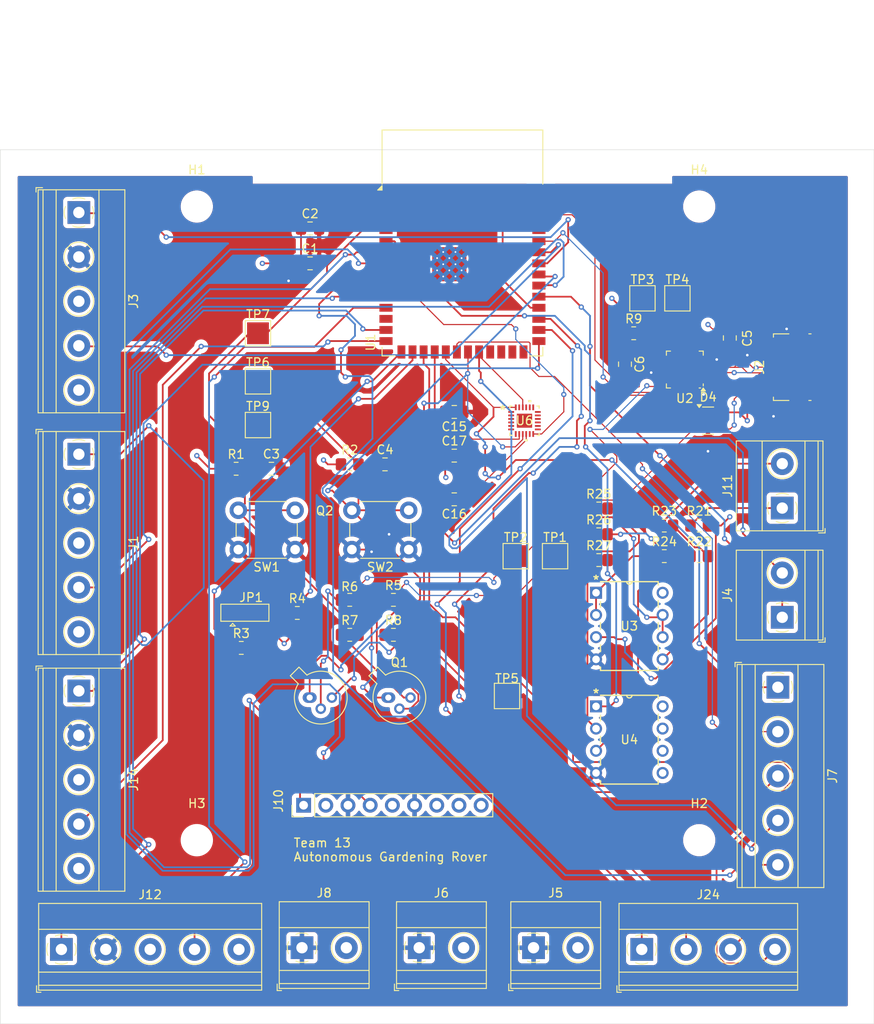
<source format=kicad_pcb>
(kicad_pcb (version 20240108) (generator "pcbnew") (generator_version "8.0")
  (layers (0 "F.Cu" power) (1 "In1.Cu" power "3V3") (2 "In2.Cu" power "5V") (3 "In3.Cu" power "12V") (4 "In4.Cu" signal) (31 "B.Cu" power "GND") (34 "B.Paste" user) (35 "F.Paste" user) (36 "B.SilkS" user "B.Silkscreen") (37 "F.SilkS" user "F.Silkscreen") (38 "B.Mask" user) (39 "F.Mask" user) (44 "Edge.Cuts" user))
  (net 0 "")
  (net 1 "+3V3")
  (net 2 "/CHIP_PU")
  (net 3 "/GPIO0_STRAPPING")
  (net 4 "Net-(U2-VPP)")
  (net 5 "+5V")
  (net 6 "GND")
  (net 7 "Net-(U6-REGOUT)")
  (net 8 "Net-(U3B-+)")
  (net 9 "+12V")
  (net 10 "Net-(U3A--)")
  (net 11 "Net-(U4A-+)")
  (net 12 "Net-(U4A--)")
  (net 13 "Net-(U3B--)")
  (net 15 "/VBAT_READ")
  (net 16 "/D+")
  (net 17 "/D-")
  (net 20 "Net-(U2-~{RST})")
  (net 22 "/Input_Probe_2")
  (net 23 "/Input_Probe_1")
  (net 24 "Net-(JP1-C)")
  (net 25 "/MPUINT")
  (net 26 "/MPUMOSI")
  (net 27 "/MPUCS")
  (net 28 "/MPUCLK")
  (net 29 "/MPUMISO")
  (net 31 "/temp_Sensor")
  (net 34 "/pH_Sensor")
  (net 35 "/RTS")
  (net 36 "Net-(Q1-B)")
  (net 37 "Net-(Q1-C)")
  (net 38 "Net-(Q2-B)")
  (net 39 "Net-(Q2-C)")
  (net 40 "/DTR")
  (net 41 "/GPIO3_STRAPPING")
  (net 42 "/GPIO46_STRAPPING")
  (net 43 "/MOTOR4PWM")
  (net 46 "/Moisture_Sensor_Output")
  (net 47 "/MOTOR4FG")
  (net 48 "/LINACT+")
  (net 49 "/MOTOR2FG")
  (net 50 "/LINACT-")
  (net 52 "/UWBMOSI")
  (net 53 "/MOTOR1FG")
  (net 54 "/MOTOR1PWM")
  (net 57 "/RXD")
  (net 58 "/UWBMISO")
  (net 61 "/MOTOR3FG")
  (net 62 "/MOTOR2PWM")
  (net 63 "/UWBCLK")
  (net 64 "/TXD")
  (net 65 "/UWBCS")
  (net 67 "/MOTOR3PWM")
  (net 70 "/VBUS")
  (footprint "TerminalBlock_Phoenix:TerminalBlock_Phoenix_MKDS-1,5-5-5.08_1x05_P5.08mm_Horizontal" (layer "F.Cu") (at 37 66.84 -90)
    (property "Reference" "J1")
    (property "Value" "Conn_01x05_Pin")
  )
  (footprint "TerminalBlock_Phoenix:TerminalBlock_Phoenix_MKDS-1,5-2-5.08_1x02_P5.08mm_Horizontal" (layer "F.Cu") (at 117.5 73 90)
    (property "Reference" "J11")
    (property "Value" "Conn_01x02_Socket")
  )
  (footprint "MountingHole:MountingHole_3.2mm_M3" (layer "F.Cu") (at 50.5 38.5)
    (property "Reference" "H1")
    (property "Value" "MountingHole")
  )
  (footprint "TerminalBlock_Phoenix:TerminalBlock_Phoenix_MKDS-1,5-4-5.08_1x04_P5.08mm_Horizontal" (layer "F.Cu") (at 101.42 123.5)
    (property "Reference" "J24")
    (property "Value" "UWB SIGNAL")
  )
  (footprint "Capacitor_SMD:C_0805_2012Metric_Pad1.18x1.45mm_HandSolder" (layer "F.Cu") (at 63.4625 41)
    (property "Reference" "C2")
    (property "Value" "100 uF")
  )
  (footprint "Resistor_SMD:R_0805_2012Metric_Pad1.20x1.40mm_HandSolder" (layer "F.Cu") (at 73 83.5)
    (property "Reference" "R5")
    (property "Value" "10k")
  )
  (footprint "Resistor_SMD:R_0805_2012Metric_Pad1.20x1.40mm_HandSolder" (layer "F.Cu") (at 68 83.5)
    (property "Reference" "R6")
    (property "Value" "10k")
  )
  (footprint "Package_TO_SOT_THT:TO-18-3" (layer "F.Cu") (at 72.414724 94.684724)
    (property "Reference" "Q1")
    (property "Value" "BC107")
  )
  (footprint "TerminalBlock_Phoenix:TerminalBlock_Phoenix_MKDS-1,5-5-5.08_1x05_P5.08mm_Horizontal" (layer "F.Cu") (at 117 93.5 -90)
    (property "Reference" "J7")
    (property "Value" "MPU SIGNAL")
  )
  (footprint "TerminalBlock_Phoenix:TerminalBlock_Phoenix_MKDS-1,5-2-5.08_1x02_P5.08mm_Horizontal" (layer "F.Cu") (at 62.535 123.305)
    (property "Reference" "J8")
    (property "Value" "Screw_Terminal_01x02")
  )
  (footprint "TestPoint:TestPoint_Pad_2.5x2.5mm" (layer "F.Cu") (at 105.5 49)
    (property "Reference" "TP4")
    (property "Value" "TestPoint")
  )
  (footprint "Resistor_SMD:R_0805_2012Metric_Pad1.20x1.40mm_HandSolder" (layer "F.Cu") (at 62 85)
    (property "Reference" "R4")
    (property "Value" "1k")
  )
  (footprint "MountingHole:MountingHole_3.2mm_M3" (layer "F.Cu") (at 50.5 111)
    (property "Reference" "H3")
    (property "Value" "MountingHole")
  )
  (footprint "Jumper:SolderJumper-3_P2.0mm_Open_TrianglePad1.0x1.5mm" (layer "F.Cu") (at 56 85)
    (property "Reference" "JP1")
    (property "Value" "SolderJumper_3_Open")
  )
  (footprint "Resistor_SMD:R_0805_2012Metric_Pad1.20x1.40mm_HandSolder" (layer "F.Cu") (at 96.5 78.95)
    (property "Reference" "R27")
    (property "Value" "1K")
  )
  (footprint "Resistor_SMD:R_0805_2012Metric_Pad1.20x1.40mm_HandSolder" (layer "F.Cu") (at 55 68.5)
    (property "Reference" "R1")
    (property "Value" "100k")
  )
  (footprint "TerminalBlock_Phoenix:TerminalBlock_Phoenix_MKDS-1,5-5-5.08_1x05_P5.08mm_Horizontal" (layer "F.Cu") (at 35 123.5)
    (property "Reference" "J12")
    (property "Value" "Conn_01x05_Pin")
  )
  (footprint "Package_TO_SOT_SMD:SOT-143" (layer "F.Cu") (at 109 63)
    (property "Reference" "D4")
    (property "Value" "SP0503BAHT")
  )
  (footprint "LM358P:P8" (layer "F.Cu") (at 103.81 103.31)
    (property "Reference" "U4")
    (property "Value" "LM358")
  )
  (footprint "Resistor_SMD:R_0805_2012Metric_Pad1.20x1.40mm_HandSolder" (layer "F.Cu") (at 108 75)
    (property "Reference" "R21")
    (property "Value" "100K")
  )
  (footprint "RF_Module:ESP32-S3-WROOM-1" (layer "F.Cu") (at 80.9 42.64)
    (property "Reference" "U1")
    (property "Value" "ESP32-S3-WROOM-1")
  )
  (footprint "Resistor_SMD:R_0805_2012Metric" (layer "F.Cu") (at 55.5875 89)
    (property "Reference" "R3")
    (property "Value" "1k")
  )
  (footprint "Resistor_SMD:R_0805_2012Metric_Pad1.20x1.40mm_HandSolder" (layer "F.Cu") (at 68 87.5)
    (property "Reference" "R7")
    (property "Value" "10k")
  )
  (footprint "Capacitor_SMD:C_0805_2012Metric_Pad1.18x1.45mm_HandSolder" (layer "F.Cu") (at 79.9625 72 180)
    (property "Reference" "C16")
    (property "Value" "0.1uf")
  )
  (footprint "Capacitor_SMD:C_0805_2012Metric_Pad1.18x1.45mm_HandSolder" (layer "F.Cu") (at 72.0375 68)
    (property "Reference" "C4")
    (property "Value" "1 uF")
  )
  (footprint "TerminalBlock_Phoenix:TerminalBlock_Phoenix_MKDS-1,5-2-5.08_1x02_P5.08mm_Horizontal" (layer "F.Cu") (at 75.955 123.305)
    (property "Reference" "J6")
    (property "Value" "Screw_Terminal_01x02")
  )
  (footprint "TerminalBlock_Phoenix:TerminalBlock_Phoenix_MKDS-1,5-2-5.08_1x02_P5.08mm_Horizontal" (layer "F.Cu") (at 117.5 85.5 90)
    (property "Reference" "J4")
    (property "Value" "LINEAR ACTUATOR SIGNAL")
  )
  (footprint "TestPoint:TestPoint_Pad_2.5x2.5mm" (layer "F.Cu") (at 86 94.5)
    (property "Reference" "TP5")
    (property "Value" "TestPoint")
  )
  (footprint "Button_Switch_THT:SW_PUSH_6mm_H5mm" (layer "F.Cu") (at 74.75 77.75 180)
    (property "Reference" "SW2")
    (property "Value" "SW_Push")
  )
  (footprint "Button_Switch_THT:SW_PUSH_6mm_H5mm" (layer "F.Cu") (at 61.75 77.75 180)
    (property "Reference" "SW1")
    (property "Value" "SW_Push")
  )
  (footprint "Capacitor_SMD:C_0805_2012Metric_Pad1.18x1.45mm_HandSolder" (layer "F.Cu") (at 79.9625 67)
    (property "Reference" "C17")
    (property "Value" "0.1uf")
  )
  (footprint "MPU6500:QFN24_3X3X0P9_IVS" (layer "F.Cu") (at 88 63)
    (property "Reference" "U6")
    (property "Value" "MPU-6500")
  )
  (footprint "Package_DFN_QFN:QFN-24-1EP_4x4mm_P0.5mm_EP2.6x2.6mm" (layer "F.Cu") (at 106.35 57.15 180)
    (property "Reference" "U2")
    (property "Value" "CP2104")
  )
  (footprint "TestPoint:TestPoint_Pad_2.5x2.5mm" (layer "F.Cu") (at 91.5 78.5)
    (property "Reference" "TP1")
    (property "Value" "TestPoint")
  )
  (footprint "Capacitor_SMD:C_0805_2012Metric_Pad1.18x1.45mm_HandSolder" (layer "F.Cu") (at 99.5 56.5375 -90)
    (property "Reference" "C6")
    (property "Value" "4.7uF")
  )
  (footprint "Resistor_SMD:R_0805_2012Metric_Pad1.20x1.40mm_HandSolder" (layer "F.Cu") (at 104 78.5)
    (property "Reference" "R24")
    (property "Value" "1K")
  )
  (footprint "TestPoint:TestPoint_Pad_2.5x2.5mm" (layer "F.Cu") (at 57.5 58.5)
    (property "Reference" "TP6")
    (property "Value" "TEST GPIO0_STRAPPING")
  )
  (footprint "Resistor_SMD:R_0805_2012Metric_Pad1.20x1.40mm_HandSolder" (layer "F.Cu") (at 73 87.5)
    (property "Reference" "R8")
    (property "Value" "10k")
  )
  (footprint "TestPoint:TestPoint_Pad_2.5x2.5mm" (layer "F.Cu") (at 57.5 63.5)
    (property "Reference" "TP9")
    (property "Value" "TEST GND")
  )
  (footprint "Connector_PinHeader_2.54mm:PinHeader_1x09_P2.54mm_Vertical" (layer "F.Cu") (at 62.72 107 90)
    (property "Reference" "J10")
    (property "Value" "SENSORS")
  )
  (footprint "Resistor_SMD:R_0805_2012Metric_Pad1.20x1.40mm_HandSolder" (layer "F.Cu") (at 68 68)
    (property "Reference" "R2")
    (property "Value" "100k")
  )
  (footprint "TestPoint:TestPoint_Pad_2.5x2.5mm" (layer "F.Cu") (at 101.5 49)
    (property "Reference" "TP3")
    (property "Value" "TestPoint")
  )
  (footprint "TestPoint:TestPoint_Pad_2.5x2.5mm" (layer "F.Cu") (at 87 78.5)
    (property "Reference" "TP2")
    (property "Value" "TestPoint")
  )
  (footprint "Package_TO_SOT_THT:TO-18-3" (layer "F.Cu") (at 63.414724 94.684724)
    (property "Reference" "Q2")
    (property "Value" "BC107")
  )
  (footprint "Resistor_SMD:R_0805_2012Metric_Pad1.20x1.40mm_HandSolder" (layer "F.Cu") (at 96.5 73.05)
    (property "Reference" "R25")
    (property "Value" "1K")
  )
  (footprint "LM358P:P8" (layer "F.Cu") (at 103.81 90.31)
    (property "Reference" "U3")
    (property "Value" "LM358")
  )
  (footprint "Capacitor_SMD:C_0805_2012Metric_Pad1.18x1.45mm_HandSolder" (layer "F.Cu") (at 79.9625 62 180)
    (property "Reference" "C15")
    (property "Value" "10nf")
  )
  (footprint "Capacitor_SMD:C_0805_2012Metric_Pad1.18x1.45mm_HandSolder" (layer "F.Cu") (at 63.4625 45)
    (property "Reference" "C1")
    (property "Value" "10 uF")
  )
  (footprint "TerminalBlock_Phoenix:TerminalBlock_Phoenix_MKDS-1,5-5-5.08_1x05_P5.08mm_Horizontal" (layer "F.Cu") (at 37 39.18 -90)
    (property "Reference" "J3")
    (property "Value" "Conn_01x05_Pin")
  )
  (footprint "Capacitor_SMD:C_0805_2012Metric_Pad1.18x1.45mm_HandSolder" (layer "F.Cu") (at 111.5 53.5375 -90)
    (property "Reference" "C5")
    (property "Value" "10uF")
  )
  (footprint "MountingHole:MountingHole_3.2mm_M3" (layer "F.Cu") (at 108 111)
    (property "Reference" "H2")
    (property "Value" "MountingHole")
  )
  (footprint "Resistor_SMD:R_0805_2012Metric_Pad1.20x1.40mm_HandSolder" (layer "F.Cu") (at 96.5 76)
    (property "Reference" "R26")
    (property "Value" "1K")
  )
  (footprint "TerminalBlock_Phoenix:TerminalBlock_Phoenix_MKDS-1,5-2-5.08_1x02_P5.08mm_Horizontal" (layer "F.Cu") (at 89.035 123.305)
    (property "Reference" "J5")
    (property "Value" "Screw_Terminal_01x02")
  )
  (footprint "Resistor_SMD:R_0805_2012Metric_Pad1.20x1.40mm_HandSolder" (layer "F.Cu") (at 108 78.5)
    (property "Reference" "R22")
    (property "Value" "100K")
  )
  (footprint "Resistor_SMD:R_0805_2012Metric_Pad1.20x1.40mm_HandSolder" (layer "F.Cu") (at 104 75)
    (property "Reference" "R23")
    (property "Value" "10M")
  )
  (footprint "Capacitor_SMD:C_0805_2012Metric_Pad1.18x1.45mm_HandSolder" (layer "F.Cu") (at 59.0375 68.5)
    (property "Reference" "C3")
    (property "Value" "1 uF")
  )
  (footprint "Connector_USB:USB_Micro-B_Molex_47346-0001" (layer "F.Cu") (at 118.2 56.875 90)
    (property "Reference" "J2")
    (property "Value" "USB_B_Micro")
  )
  (footprint "TerminalBlock_Phoenix:TerminalBlock_Phoenix_MKDS-1,5-5-5.08_1x05_P5.08mm_Horizontal" (layer "F.Cu") (at 37 93.92 -90)
    (property "Reference" "J14")
    (property "Value" "Conn_01x05_Pin")
  )
  (footprint "Resistor_SMD:R_0805_2012Metric_Pad1.20x1.40mm_HandSolder" (layer "F.Cu") (at 100.5 53)
    (property "Reference" "R9")
    (property "Value" "4.7k")
  )
  (footprint "TestPoint:TestPoint_Pad_2.5x2.5mm" (layer "F.Cu") (at 57.5 53)
    (property "Reference" "TP7")
    (property "Value" "TEST CHIP_PU")
  )
  (footprint "MountingHole:MountingHole_3.2mm_M3" (layer "F.Cu") (at 108 38.5)
    (property "Reference" "H4")
    (property "Value" "MountingHole")
  )
  (gr_rect (start 28 32) (end 128 132) (stroke (width 0.05)) (fill none) (layer "Edge.Cuts"))
  (gr_text "Team 13\nAutonomous Gardening Rover" (at 61.5 113.5 0) (layer "F.SilkS") (effects (font (size 1 1)) (justify left bottom)))
  (segment (start 99.5 88) (end 98.5 88) (width 0.2) (layer "F.Cu") (net 1))
  (segment (start 87.400001 64.524) (end 87.400001 65.082798) (width 0.127) (layer "F.Cu") (net 1))
  (segment (start 54 68.5) (end 52 68.5) (width 0.2) (layer "F.Cu") (net 1))
  (segment (start 87.400001 65.082798) (end 87.365099 65.1177) (width 0.127) (layer "F.Cu") (net 1))
  (segment (start 99.5 50.5) (end 99.5 53) (width 0.2) (layer "F.Cu") (net 1))
  (segment (start 109.9 85.614132) (end 103.014132 92.5) (width 0.2) (layer "F.Cu") (net 1))
  (segment (start 62.425 41) (end 64.775 38.65) (width 0.2) (layer "F.Cu") (net 1))
  (segment (start 109.5 52.5) (end 109 52) (width 0.127) (layer "F.Cu") (net 1))
  (segment (start 58 86) (end 60.5 88.5) (width 0.2) (layer "F.Cu") (net 1))
  (segment (start 108.2875 55.9) (end 108.2875 56.4) (width 0.127) (layer "F.Cu") (net 1))
  (segment (start 111.5 52.5) (end 111.5 52.6875) (width 0.127) (layer "F.Cu") (net 1))
  (segment (start 58 85) (end 58 86) (width 0.2) (layer "F.Cu") (net 1))
  (segment (start 78.925 69.425) (end 79 69.5) (width 0.2) (layer "F.Cu") (net 1))
  (segment (start 61 88) (end 60.5 88.5) (width 0.2) (layer "F.Cu") (net 1))
  (segment (start 111.5 52.6875) (end 108.2875 55.9) (width 0.127) (layer "F.Cu") (net 1))
  (segment (start 52 68.5) (end 50.5 67) (width 0.2) (layer "F.Cu") (net 1))
  (segment (start 108.2875 55.9) (end 107.6 55.2125) (width 0.127) (layer "F.Cu") (net 1))
  (segment (start 103.014132 92.5) (end 102.5 92.5) (width 0.2) (layer "F.Cu") (net 1))
  (segment (start 61 85) (end 61 88) (width 0.2) (layer "F.Cu") (net 1))
  (segment (start 62.425 45) (end 62.425 41) (width 0.2) (layer "F.Cu") (net 1))
  (segment (start 98.5 88) (end 98.27 87.77) (width 0.2) (layer "F.Cu") (net 1))
  (segment (start 110.5 75) (end 111.5 74) (width 0.2) (layer "F.Cu") (net 1))
  (segment (start 111.5 52.5) (end 109.5 52.5) (width 0.127) (layer "F.Cu") (net 1))
  (segment (start 78.925 67) (end 78.925 69.425) (width 0.2) (layer "F.Cu") (net 1))
  (segment (start 98.27 87.77) (end 96.19 87.77) (width 0.2) (layer "F.Cu") (net 1))
  (segment (start 87.365099 65.1177) (end 82.0427 65.1177) (width 0.127) (layer "F.Cu") (net 1))
  (segment (start 67 68) (end 65.5 68) (width 0.2) (layer "F.Cu") (net 1))
  (segment (start 65.5 68) (end 65 67.5) (width 0.2) (layer "F.Cu") (net 1))
  (segment (start 64.775 38.65) (end 72.15 38.65) (width 0.2) (layer "F.Cu") (net 1))
  (segment (start 109 75) (end 110.5 75) (width 0.2) (layer "F.Cu") (net 1))
  (segment (start 98 49) (end 99.5 50.5) (width 0.2) (layer "F.Cu") (net 1))
  (segment (start 109.9 75.9) (end 109.9 85.614132) (width 0.2) (layer "F.Cu") (net 1))
  (segment (start 109 75) (end 109.9 75.9) (width 0.2) (layer "F.Cu") (net 1))
  (segment (start 82.0427 65.1177) (end 78.925 62) (width 0.127) (layer "F.Cu") (net 1))
  (segment (start 62.425 45) (end 58 45) (width 0.2) (layer "F.Cu") (net 1))
  (via (at 111.5 74) (size 0.6) (drill 0.3) (layers "F.Cu" "B.Cu") (net 1))
  (via (at 102.5 92.5) (size 0.6) (drill 0.3) (layers "F.Cu" "B.Cu") (net 1))
  (via (at 58 45) (size 0.6) (drill 0.3) (layers "F.Cu" "B.Cu") (net 1))
  (via (at 60.5 88.5) (size 0.6) (drill 0.3) (layers "F.Cu" "B.Cu") (net 1))
  (via (at 50.5 67) (size 0.6) (drill 0.3) (layers "F.Cu" "B.Cu") (net 1))
  (via (at 98 49) (size 0.6) (drill 0.3) (layers "F.Cu" "B.Cu") (net 1))
  (via (at 79 69.5) (size 0.6) (drill 0.3) (layers "F.Cu" "B.Cu") (net 1))
  (via (at 109 52) (size 0.6) (drill 0.3) (layers "F.Cu" "B.Cu") (net 1))
  (via (at 65 67.5) (size 0.6) (drill 0.3) (layers "F.Cu" "B.Cu") (net 1))
  (via (at 99.5 88) (size 0.6) (drill 0.3) (layers "F.Cu" "B.Cu") (net 1))
  (segment (start 102.5 92.5) (end 99.5 89.5) (width 0.2) (layer "B.Cu") (net 1))
  (segment (start 99.5 89.5) (end 99.5 88) (width 0.2) (layer "B.Cu") (net 1))
  (segment (start 69 87.5) (end 69 87.151471) (width 0.2) (layer "F.Cu") (net 2))
  (segment (start 56.5 53) (end 57.5 53) (width 0.2) (layer "F.Cu") (net 2))
  (segment (start 61.75 73.25) (end 55.25 73.25) (width 0.2) (layer "F.Cu") (net 2))
  (segment (start 58 68.5) (end 51.9 62.4) (width 0.2) (layer "F.Cu") (net 2))
  (segment (start 56 68.5) (end 58 68.5) (width 0.2) (layer "F.Cu") (net 2))
  (segment (start 65.4 46.1) (end 58.5 53) (width 0.2) (layer "F.Cu") (net 2))
  (segment (start 69 87.151471) (end 55.25 73.401471) (width 0.2) (layer "F.Cu") (net 2))
  (segment (start 72.15 39.92) (end 70.731471 39.92) (width 0.2) (layer "F.Cu") (net 2))
  (segment (start 51.9 57.6) (end 56.5 53) (width 0.2) (layer "F.Cu") (net 2))
  (segment (start 55.25 73.401471) (end 55.25 73.25) (width 0.2) (layer "F.Cu") (net 2))
  (segment (start 58.5 53) (end 57.5 53) (width 0.2) (layer "F.Cu") (net 2))
  (segment (start 70.731471 39.92) (end 65.4 45.251471) (width 0.2) (layer "F.Cu") (net 2))
  (segment (start 56 72.5) (end 55.25 73.25) (width 0.2) (layer "F.Cu") (net 2))
  (segment (start 65.4 45.251471) (end 65.4 46.1) (width 0.2) (layer "F.Cu") (net 2))
  (segment (start 56 68.5) (end 56 72.5) (width 0.2) (layer "F.Cu") (net 2))
  (segment (start 51.9 62.4) (end 51.9 57.6) (width 0.2) (layer "F.Cu") (net 2))
  (segment (start 74.75 73.25) (end 68.25 73.25) (width 0.2) (layer "F.Cu") (net 3))
  (segment (start 59.5 58.5) (end 69 68) (width 0.2) (layer "F.Cu") (net 3))
  (segment (start 66 71) (end 65.5 71) (width 0.2) (layer "F.Cu") (net 3))
  (segment (start 76.05 81.05) (end 68.25 73.25) (width 0.2) (layer "F.Cu") (net 3))
  (segment (start 69 68) (end 71 68) (width 0.2) (layer "F.Cu") (net 3))
  (segment (start 68.25 73.25) (end 66 71) (width 0.2) (layer "F.Cu") (net 3))
  (segment (start 69 72.5) (end 68.25 73.25) (width 0.2) (layer "F.Cu") (net 3))
  (segment (start 89.5 57) (end 89.65 56.85) (width 0.2) (layer "F.Cu") (net 3))
  (segment (start 69 68) (end 69 72.5) (width 0.2) (layer "F.Cu") (net 3))
  (segment (start 76.05 83.45) (end 76.05 81.05) (width 0.2) (layer "F.Cu") (net 3))
  (segment (start 72 87.5) (end 76.05 83.45) (width 0.2) (layer "F.Cu") (net 3))
  (segment (start 57.5 58.5) (end 59.5 58.5) (width 0.2) (layer "F.Cu") (net 3))
  (segment (start 89.65 56.85) (end 89.65 53.89) (width 0.2) (layer "F.Cu") (net 3))
  (via (at 65.5 71) (size 0.6) (drill 0.3) (layers "F.Cu" "B.Cu") (net 3))
  (via (at 89.5 57) (size 0.6) (drill 0.3) (layers "F.Cu" "B.Cu") (net 3))
  (segment (start 79.5 57) (end 89.5 57) (width 0.2) (layer "B.Cu") (net 3))
  (segment (start 65.5 71) (end 79.5 57) (width 0.2) (layer "B.Cu") (net 3))
  (segment (start 102.026567 55.5) (end 103.926567 57.4) (width 0.127) (layer "F.Cu") (net 4))
  (segment (start 103.926567 57.4) (end 104.4125 57.4) (width 0.127) (layer "F.Cu") (net 4))
  (segment (start 99.5 55.5) (end 102.026567 55.5) (width 0.127) (layer "F.Cu") (net 4))
  (segment (start 115.925 58.175) (end 113.5 60.6) (width 0.2) (layer "F.Cu") (net 5))
  (segment (start 112.55 62.05) (end 113.5 63) (width 0.2) (layer "F.Cu") (net 5))
  (segment (start 116.74 58.175) (end 115.925 58.175) (width 0.2) (layer "F.Cu") (net 5))
  (segment (start 113.5 60.6) (end 113.5 63) (width 0.2) (layer "F.Cu") (net 5))
  (segment (start 110 62.05) (end 112.55 62.05) (width 0.2) (layer "F.Cu") (net 5))
  (via (at 113.5 63) (size 0.6) (drill 0.3) (layers "F.Cu" "B.Cu") (net 5))
  (segment (start 73 76) (end 72.5 76) (width 0.2) (layer "F.Cu") (net 6))
  (segment (start 119 53.5) (end 118 52.5) (width 0.2) (layer "F.Cu") (net 6))
  (segment (start 108.699999 57.9) (end 108.9635 58.163501) (width 0.127) (layer "F.Cu") (net 6))
  (segment (start 108.9635 59.5365) (end 108.5 60) (width 0.127) (layer "F.Cu") (net 6))
  (segment (start 107.1 57.9) (end 106.35 57.15) (width 0.127) (layer "F.Cu") (net 6))
  (segment (start 99.5 57.575) (end 102.425 57.575) (width 0.2) (layer "F.Cu") (net 6))
  (segment (start 113.575 55.575) (end 113.5 55.5) (width 0.2) (layer "F.Cu") (net 6))
  (segment (start 64.5 45) (end 62.5 47) (width 0.2) (layer "F.Cu") (net 6))
  (segment (start 119.4 53.5) (end 119 53.5) (width 0.2) (layer "F.Cu") (net 6))
  (segment (start 108 60.5) (end 108.5 60) (width 0.2) (layer "F.Cu") (net 6))
  (segment (start 111.425 54.575) (end 110 56) (width 0.2) (layer "F.Cu") (net 6))
  (segment (start 70.5 78) (end 70.25 77.75) (width 0.2) (layer "F.Cu") (net 6))
  (segment (start 116.825 62.175) (end 116.5 62.5) (width 0.2) (layer "F.Cu") (net 6))
  (segment (start 70.25 77.75) (end 68.25 77.75) (width 0.2) (layer "F.Cu") (net 6))
  (segment (start 108.2875 57.9) (end 107.1 57.9) (width 0.127) (layer "F.Cu") (net 6))
  (segment (start 116.74 55.575) (end 113.575 55.575) (width 0.2) (layer "F.Cu") (net 6))
  (segment (start 108.2875 57.9) (end 108.699999 57.9) (width 0.127) (layer "F.Cu") (net 6))
  (segment (start 108 62.25) (end 108 60.5) (width 0.2) (layer "F.Cu") (net 6))
  (segment (start 102.425 57.575) (end 102.5 57.5) (width 0.2) (layer "F.Cu") (net 6))
  (segment (start 111.5 54.575) (end 111.425 54.575) (width 0.2) (layer "F.Cu") (net 6))
  (segment (start 108.9635 58.163501) (end 108.9635 59.5365) (width 0.127) (layer "F.Cu") (net 6))
  (segment (start 62.5 47) (end 61 47) (width 0.2) (layer "F.Cu") (net 6))
  (segment (start 74.75 77.75) (end 73 76) (width 0.2) (layer "F.Cu") (net 6))
  (segment (start 116.825 59.3625) (end 116.825 62.175) (width 0.2) (layer "F.Cu") (net 6))
  (via (at 102.5 57.5) (size 0.6) (drill 0.3) (layers "F.Cu" "B.Cu") (net 6))
  (via (at 70.5 78) (size 0.6) (drill 0.3) (layers "F.Cu" "B.Cu") (net 6))
  (via (at 113.5 55.5) (size 0.6) (drill 0.3) (layers "F.Cu" "B.Cu") (net 6))
  (via (at 109 66.5) (size 0.6) (drill 0.3) (layers "F.Cu" "B.Cu") (net 6))
  (via (at 118 52.5) (size 0.6) (drill 0.3) (layers "F.Cu" "B.Cu") (net 6))
  (via (at 72.5 76) (size 0.6) (drill 0.3) (layers "F.Cu" "B.Cu") (net 6))
  (via (at 116.5 62.5) (size 0.6) (drill 0.3) (layers "F.Cu" "B.Cu") (net 6))
  (via (at 110 56) (size 0.6) (drill 0.3) (layers "F.Cu" "B.Cu") (net 6))
  (via (at 108.5 60) (size 0.6) (drill 0.3) (layers "F.Cu" "B.Cu") (net 6))
  (via (at 61 47) (size 0.6) (drill 0.3) (layers "F.Cu" "B.Cu") (net 6))
  (segment (start 72.5 76) (end 70.5 78) (width 0.2) (layer "B.Cu") (net 6))
  (segment (start 79.9135 71.0115) (end 78.925 72) (width 0.127) (layer "F.Cu") (net 7))
  (segment (start 88.2 65.207695) (end 82.396195 71.0115) (width 0.127) (layer "F.Cu") (net 7))
  (segment (start 88.2 64.524) (end 88.2 65.207695) (width 0.127) (layer "F.Cu") (net 7))
  (segment (start 82.396195 71.0115) (end 79.9135 71.0115) (width 0.127) (layer "F.Cu") (net 7))
  (segment (start 109 85.12) (end 103.81 90.31) (width 0.2) (layer "F.Cu") (net 8))
  (segment (start 107.5 77.5) (end 108 77.5) (width 0.2) (layer "F.Cu") (net 8))
  (segment (start 105 75) (end 107.5 77.5) (width 0.2) (layer "F.Cu") (net 8))
  (segment (start 109 78.5) (end 109 85.12) (width 0.2) (layer "F.Cu") (net 8))
  (segment (start 108 77.5) (end 109 78.5) (width 0.2) (layer "F.Cu") (net 8))
  (segment (start 100.38 78.5) (end 96.19 82.69) (width 0.2) (layer "F.Cu") (net 10))
  (segment (start 96.19 85.23) (end 96.19 82.69) (width 0.2) (layer "F.Cu") (net 10))
  (segment (start 103 78.5) (end 100.38 78.5) (width 0.2) (layer "F.Cu") (net 10))
  (segment (start 103 77) (end 103.5 77) (width 0.2) (layer "F.Cu") (net 11))
  (segment (start 101 95.96) (end 96.19 100.77) (width 0.2) (layer "F.Cu") (net 11))
  (segment (start 101 82.5) (end 101 95.96) (width 0.2) (layer "F.Cu") (net 11))
  (segment (start 103.5 77) (end 105 78.5) (width 0.2) (layer "F.Cu") (net 11))
  (segment (start 102.5 76.5) (end 103 77) (width 0.2) (layer "F.Cu") (net 11))
  (segment (start 105 78.5) (end 101 82.5) (width 0.2) (layer "F.Cu") (net 11))
  (segment (start 97.5 76) (end 99 76) (width 0.2) (layer "F.Cu") (net 11))
  (via (at 99 76) (size 0.6) (drill 0.3) (layers "F.Cu" "B.Cu") (net 11))
  (via (at 102.5 76.5) (size 0.6) (drill 0.3) (layers "F.Cu" "B.Cu") (net 11))
  (segment (start 101.9 75.9) (end 102.5 76.5) (width 0.2) (layer "B.Cu") (net 11))
  (segment (start 99.1 75.9) (end 101.9 75.9) (width 0.2) (layer "B.Cu") (net 11))
  (segment (start 99 76) (end 99.1 75.9) (width 0.2) (layer "B.Cu") (net 11))
  (segment (start 98.05 73.05) (end 97.5 73.05) (width 0.2) (layer "F.Cu") (net 12))
  (segment (start 101.1 76.9) (end 101.1 76.1) (width 0.2) (layer "F.Cu") (net 12))
  (segment (start 95.2042 79.7958) (end 95.2042 97.2442) (width 0.2) (layer "F.Cu") (net 12))
  (segment (start 100.05 77.95) (end 101.1 76.9) (width 0.2) (layer "F.Cu") (net 12))
  (segment (start 101.1 76.1) (end 98.05 73.05) (width 0.2) (layer "F.Cu") (net 12))
  (segment (start 96.5 77.95) (end 100.05 77.95) (width 0.2) (layer "F.Cu") (net 12))
  (segment (start 95.5 78.95) (end 95.5 79.5) (width 0.2) (layer "F.Cu") (net 12))
  (segment (start 95.5 79.5) (end 95.2042 79.7958) (width 0.2) (layer "F.Cu") (net 12))
  (segment (start 95.2042 97.2442) (end 96.19 98.23) (width 0.2) (layer "F.Cu") (net 12))
  (segment (start 95.5 78.95) (end 96.5 77.95) (width 0.2) (layer "F.Cu") (net 12))
  (segment (start 98.05 74.05) (end 100.5 76.5) (width 0.2) (layer "F.Cu") (net 13))
  (segment (start 103.54 85.5) (end 103.81 85.23) (width 0.2) (layer "F.Cu") (net 13))
  (segment (start 102 85.5) (end 103.54 85.5) (width 0.2) (layer "F.Cu") (net 13))
  (segment (start 95.5 73.05) (end 96.5 74.05) (width 0.2) (layer "F.Cu") (net 13))
  (segment (start 103.81 87.77) (end 103.81 85.23) (width 0.2) (layer "F.Cu") (net 13))
  (segment (start 96.5 74.05) (end 98.05 74.05) (width 0.2) (layer "F.Cu") (net 13))
  (via (at 100.5 76.5) (size 0.6) (drill 0.3) (layers "F.Cu" "B.Cu") (net 13))
  (via (at 102 85.5) (size 0.6) (drill 0.3) (layers "F.Cu" "B.Cu") (net 13))
  (segment (start 100.5 84) (end 102 85.5) (width 0.2) (layer "B.Cu") (net 13))
  (segment (start 100.5 76.5) (end 100.5 84) (width 0.2) (layer "B.Cu") (net 13))
  (segment (start 109.3865 62.5635) (end 108 63.95) (width 0.127) (layer "F.Cu") (net 16))
  (segment (start 116.74 56.875) (end 114.5865 56.875) (width 0.127) (layer "F.Cu") (net 16))
  (segment (start 103.0135 47.4865) (end 101.5 49) (width 0.127) (layer "F.Cu") (net 16))
  (segment (start 109.3865 59.1135) (end 109.3865 62.5635) (width 0.127) (layer "F.Cu") (net 16))
  (segment (start 114.5865 56.875) (end 114.5 56.9615) (width 0.127) (layer "F.Cu") (net 16))
  (segment (start 114.16459 56.9615) (end 112.9365 55.73341) (width 0.127) (layer "F.Cu") (net 16))
  (segment (start 112.9365 51.4365) (end 108.9865 47.4865) (width 0.127) (layer "F.Cu") (net 16))
  (segment (start 110.5 58) (end 109.3865 59.1135) (width 0.127) (layer "F.Cu") (net 16))
  (segment (start 110.5 57.4) (end 110.5 58) (width 0.127) (layer "F.Cu") (net 16))
  (segment (start 112 57.5) (end 111 57.5) (width 0.127) (layer "F.Cu") (net 16))
  (segment (start 110.5 57.4) (end 108.2875 57.4) (width 0.127) (layer "F.Cu") (net 16))
  (segment (start 110.9 57.4) (end 110.5 57.4) (width 0.127) (layer "F.Cu") (net 16))
  (segment (start 108.9865 47.4865) (end 103.0135 47.4865) (width 0.127) (layer "F.Cu") (net 16))
  (segment (start 112.9365 55.73341) (end 112.9365 51.4365) (width 0.127) (layer "F.Cu") (net 16))
  (segment (start 114.5 56.9615) (end 114.16459 56.9615) (width 0.127) (layer "F.Cu") (net 16))
  (segment (start 111 57.5) (end 110.9 57.4) (width 0.127) (layer "F.Cu") (net 16))
  (via (at 112 57.5) (size 0.6) (drill 0.3) (layers "F.Cu" "B.Cu") (net 16))
  (via (at 114.5 56.9615) (size 0.6) (drill 0.3) (layers "F.Cu" "B.Cu") (net 16))
  (segment (start 113.9615 57.5) (end 112 57.5) (width 0.127) (layer "B.Cu") (net 16))
  (segment (start 114.5 56.9615) (end 113.9615 57.5) (width 0.127) (layer "B.Cu") (net 16))
  (segment (start 112 56.9) (end 108.2875 56.9) (width 0.127) (layer "F.Cu") (net 17))
  (segment (start 112 63.5) (end 111.55 63.95) (width 0.127) (layer "F.Cu") (net 17))
  (segment (start 112 60.525) (end 112 61) (width 0.127) (layer "F.Cu") (net 17))
  (segment (start 115 57.525) (end 113.525 57.525) (width 0.127) (layer "F.Cu") (net 17))
  (segment (start 112.4885 56.4115) (end 112.4885 51.942874) (width 0.127) (layer "F.Cu") (net 17))
  (segment (start 109.545626 49) (end 105.5 49) (width 0.127) (layer "F.Cu") (net 17))
  (segment (start 116.74 57.525) (end 115 57.525) (width 0.127) (layer "F.Cu") (net 17))
  (segment (start 111.55 63.95) (end 110 63.95) (width 0.127) (layer "F.Cu") (net 17))
  (segment (start 112.4885 51.942874) (end 109.545626 49) (width 0.127) (layer "F.Cu") (net 17))
  (segment (start 113.525 57.525) (end 112.9 56.9) (width 0.127) (layer "F.Cu") (net 17))
  (segment (start 112 56.9) (end 112.4885 56.4115) (width 0.127) (layer "F.Cu") (net 17))
  (segment (start 112.9 56.9) (end 112 56.9) (width 0.127) (layer "F.Cu") (net 17))
  (segment (start 115 57.525) (end 112 60.525) (width 0.127) (layer "F.Cu") (net 17))
  (via (at 112 63.5) (size 0.6) (drill 0.3) (layers "F.Cu" "B.Cu") (net 17))
  (via (at 112 61) (size 0.6) (drill 0.3) (layers "F.Cu" "B.Cu") (net 17))
  (segment (start 112 61) (end 112 63.5) (width 0.127) (layer "B.Cu") (net 17))
  (segment (start 104.799999 53) (end 106.6 54.800001) (width 0.127) (layer "F.Cu") (net 20))
  (segment (start 106.6 54.800001) (end 106.6 55.2125) (width 0.127) (layer "F.Cu") (net 20))
  (segment (start 101.5 53) (end 104.799999 53) (width 0.127) (layer "F.Cu") (net 20))
  (segment (start 106.915256 78.5) (end 104.1 75.684744) (width 0.2) (layer "F.Cu") (net 22))
  (segment (start 107 78.5) (end 106.915256 78.5) (width 0.2) (layer "F.Cu") (net 22))
  (segment (start 104.1 74.315256) (end 110.495256 67.92) (width 0.2) (layer "F.Cu") (net 22))
  (segment (start 110.495256 67.92) (end 117.5 67.92) (width 0.2) (layer "F.Cu") (net 22))
  (segment (start 104.1 75.684744) (end 104.1 74.315256) (width 0.2) (layer "F.Cu") (net 22))
  (segment (start 109 73) (end 117.5 73) (width 0.2) (layer "F.Cu") (net 23))
  (segment (start 107 75) (end 109 73) (width 0.2) (layer "F.Cu") (net 23))
  (segment (start 56 85) (end 56 88.5) (width 0.2) (layer "F.Cu") (net 24))
  (segment (start 56 88.5) (end 56.5 89) (width 0.2) (layer "F.Cu") (net 24))
  (segment (start 92.5 61.982801) (end 92.5 60) (width 0.127) (layer "F.Cu") (net 25))
  (segment (start 67 57.5) (end 67 54.9) (width 0.2) (layer "F.Cu") (net 25))
  (segment (start 117 113.82) (end 112.68 113.82) (width 0.2) (layer "F.Cu") (net 25))
  (segment (start 112.68 113.82) (end 111.5 115) (width 0.2) (layer "F.Cu") (net 25))
  (segment (start 78.757 52) (end 73.027 46.27) (width 0.127) (layer "F.Cu") (net 25))
  (segment (start 73.027 46.27) (end 72.15 46.27) (width 0.127) (layer "F.Cu") (net 25))
  (segment (start 89.000001 64.524) (end 89.958801 64.524) (width 0.127) (layer "F.Cu") (net 25))
  (segment (start 64.5 49.651471) (end 67.881471 46.27) (width 0.2) (layer "F.Cu") (net 25))
  (segment (start 87 52.5) (end 86.5 52) (width 0.127) (layer "F.Cu") (net 25))
  (segment (start 67.5 58) (end 67 57.5) (width 0.2) (layer "F.Cu") (net 25))
  (segment (start 64.5 51) (end 64.5 49.651471) (width 0.2) (layer "F.Cu") (net 25))
  (segment (start 67.881471 46.27) (end 72.15 46.27) (width 0.2) (layer "F.Cu") (net 25))
  (segment (start 86.5 52) (end 78.757 52) (width 0.127) (layer "F.Cu") (net 25))
  (segment (start 89.958801 64.524) (end 92.5 61.982801) (width 0.127) (layer "F.Cu") (net 25))
  (via (at 87 52.5) (size 0.6) (drill 0.3) (layers "F.Cu" "B.Cu") (net 25))
  (via (at 111.5 115) (size 0.6) (drill 0.3) (layers "F.Cu" "B.Cu") (net 25))
  (via (at 67 54.9) (size 0.6) (drill 0.3) (layers "F.Cu" "B.Cu") (net 25))
  (via (at 92.5 60) (size 0.6) (drill 0.3) (layers "F.Cu" "B.Cu") (net 25))
  (via (at 67.5 58) (size 0.6) (drill 0.3) (layers "F.Cu" "B.Cu") (net 25))
  (via (at 64.5 51) (size 0.6) (drill 0.3) (layers "F.Cu" "B.Cu") (net 25))
  (segment (start 70.248529 57.9) (end 67.6 57.9) (width 0.2) (layer "B.Cu") (net 25))
  (segment (start 71.354724 96.854724) (end 66.1 91.6) (width 0.2) (layer "B.Cu") (net 25))
  (segment (start 67.632843 51) (end 64.5 51) (width 0.2) (layer "B.Cu") (net 25))
  (segment (start 67 54.9) (end 68.6 53.3) (width 0.2) (layer "B.Cu") (net 25))
  (segment (start 70.6 58.251471) (end 70.248529 57.9) (width 0.2) (layer "B.Cu") (net 25))
  (segment (start 68.6 53.3) (end 68.6 51.967157) (width 0.2) (layer "B.Cu") (net 25))
  (segment (start 68.6 51.967157) (end 67.632843 51) (width 0.2) (layer "B.Cu") (net 25))
  (segment (start 74.52107 96.854724) (end 71.354724 96.854724) (width 0.2) (layer "B.Cu") (net 25))
  (segment (start 66.1 72.448529) (end 64.9 71.248529) (width 0.2) (layer "B.Cu") (net 25))
  (segment (start 67.6 57.9) (end 67.5 58) (width 0.2) (layer "B.Cu") (net 25))
  (segment (start 111.5 115) (end 92.666346 115) (width 0.2) (layer "B.Cu") (net 25))
  (segment (start 92.666346 115) (end 74.52107 96.854724) (width 0.2) (layer "B.Cu") (net 25))
  (segment (start 87 53.70309) (end 87 52.5) (width 0.127) (layer "B.Cu") (net 25))
  (segment (start 70.6 65.051471) (end 70.6 58.251471) (width 0.2) (layer "B.Cu") (net 25))
  (segment (start 92.5 60) (end 92.5 59.20309) (width 0.127) (layer "B.Cu") (net 25))
  (segment (start 92.5 59.20309) (end 87 53.70309) (width 0.127) (layer "B.Cu") (net 25))
  (segment (start 64.9 71.248529) (end 64.9 70.751471) (width 0.2) (layer "B.Cu") (net 25))
  (segment (start 64.9 70.751471) (end 70.6 65.051471) (width 0.2) (layer "B.Cu") (net 25))
  (segment (start 66.1 91.6) (end 66.1 72.448529) (width 0.2) (layer "B.Cu") (net 25))
  (segment (start 82.5 64.5) (end 84.454 62.546) (width 0.2) (layer "F.Cu") (net 26))
  (segment (start 86.999999 61.476) (end 84.454 61.476) (width 0.127) (layer "F.Cu") (net 26))
  (segment (start 84.454 62.546) (end 84.454 61.476) (width 0.2) (layer "F.Cu") (net 26))
  (segment (start 78.995 56.017) (end 78.995 55.14) (width 0.127) (layer "F.Cu") (net 26))
  (segment (start 83.5 69.05) (end 83.5 66) (width 0.2) (layer "F.Cu") (net 26))
  (segment (start 117 93.5) (end 113 93.5) (width 0.2) (layer "F.Cu") (net 26))
  (segment (start 113 93.5) (end 108 88.5) (width 0.2) (layer "F.Cu") (net 26))
  (segment (start 84.454 61.476) (end 78.995 56.017) (width 0.127) (layer "F.Cu") (net 26))
  (segment (start 87 67.5) (end 85 69.5) (width 0.2) (layer "F.Cu") (net 26))
  (segment (start 98 67.5) (end 87 67.5) (width 0.2) (layer "F.Cu") (net 26))
  (via (at 98 67.5) (size 0.6) (drill 0.3) (layers "F.Cu" "B.Cu") (net 26))
  (via (at 83.5 66) (size 0.6) (drill 0.3) (layers "F.Cu" "B.Cu") (net 26))
  (via (at 83.5 69.05) (size 0.6) (drill 0.3) (layers "F.Cu" "B.Cu") (net 26))
  (via (at 82.5 64.5) (size 0.6) (drill 0.3) (layers "F.Cu" "B.Cu") (net 26))
  (via (at 85 69.5) (size 0.6) (drill 0.3) (layers "F.Cu" "B.Cu") (net 26))
  (via (at 108 88.5) (size 0.6) (drill 0.3) (layers "F.Cu" "B.Cu") (net 26))
  (segment (start 108 77.5) (end 98 67.5) (width 0.2) (layer "B.Cu") (net 26))
  (segment (start 83.5 66) (end 83.5 65.5) (width 0.2) (layer "B.Cu") (net 26))
  (segment (start 83.95 69.5) (end 83.5 69.05) (width 0.2) (layer "B.Cu") (net 26))
  (segment (start 85 69.5) (end 83.95 69.5) (width 0.2) (layer "B.Cu") (net 26))
  (segment (start 108 88.5) (end 108 77.5) (width 0.2) (layer "B.Cu") (net 26))
  (segment (start 83.5 65.5) (end 82.5 64.5) (width 0.2) (layer "B.Cu") (net 26))
  (segment (start 83 58.5) (end 83 57.5) (width 0.2) (layer "F.Cu") (net 27))
  (segment (start 82.805 57.305) (end 82.805 55.14) (width 0.2) (layer "F.Cu") (net 27))
  (segment (start 87.8 60.592) (end 82.805 55.597) (width 0.127) (layer "F.Cu") (net 27))
  (segment (start 114 111.74) (end 114 112) (width 0.2) (layer "F.Cu") (net 27))
  (segment (start 83 57.5) (end 82.805 57.305) (width 0.2) (layer "F.Cu") (net 27))
  (segment (start 87.8 61.476) (end 87.8 60.592) (width 0.127) (layer "F.Cu") (net 27))
  (segment (start 82.805 55.597) (end 82.805 55.14) (width 0.127) (layer "F.Cu") (net 27))
  (segment (start 117 108.74) (end 114 111.74) (width 0.2) (layer "F.Cu") (net 27))
  (via (at 83 58.5) (size 0.6) (drill 0.3) (layers "F.Cu" "B.Cu") (net 27))
  (via (at 114 112) (size 0.6) (drill 0.3) (layers "F.Cu" "B.Cu") (net 27))
  (segment (start 79.4 77.248529) (end 79.4 76.248529) (width 0.2) (layer "B.Cu") (net 27))
  (segment (start 98.485868 107) (end 88.282843 96.796975) (width 0.2) (layer "B.Cu") (net 27))
  (segment (start 79.4 76.248529) (end 86.5 69.148529) (width 0.2) (layer "B.Cu") (net 27))
  (segment (start 80.248529 77.6) (end 79.751471 77.6) (width 0.2) (layer "B.Cu") (net 27))
  (segment (start 88.282843 96.796975) (end 88.282843 69.565686) (width 0.2) (layer "B.Cu") (net 27))
  (segment (start 86.5 69.148529) (end 86.5 62) (width 0.2) (layer "B.Cu") (net 27))
  (segment (start 109 107) (end 98.485868 107) (width 0.2) (layer "B.Cu") (net 27))
  (segment (start 86.5 62) (end 83 58.5) (width 0.2) (layer "B.Cu") (net 27))
  (segment (start 79.751471 77.6) (end 79.4 77.248529) (width 0.2) (layer "B.Cu") (net 27))
  (segment (start 114 112) (end 109 107) (width 0.2) (layer "B.Cu") (net 27))
  (segment (start 88.282843 69.565686) (end 80.248529 77.6) (width 0.2) (layer "B.Cu") (net 27))
  (segment (start 80.5 54) (end 80.265 54.235) (width 0.127) (layer "F.Cu") (net 28))
  (segment (start 88.6365 54.1365) (end 88.5 54) (width 0.127) (layer "F.Cu") (net 28))
  (segment (start 91.444948 57.944948) (end 101.5 68) (width 0.127) (layer "F.Cu") (net 28))
  (segment (start 89.648038 57.944948) (end 88.6365 56.93341) (width 0.127) (layer "F.Cu") (net 28))
  (segment (start 110.58 98.58) (end 117 98.58) (width 0.127) (layer "F.Cu") (net 28))
  (segment (start 101.5 68) (end 101.5 68.5) (width 0.127) (layer "F.Cu") (net 28))
  (segment (start 80.265 54.235) (end 80.265 55.14) (width 0.127) (layer "F.Cu") (net 28))
  (segment (start 88.5 54) (end 80.5 54) (width 0.127) (layer "F.Cu") (net 28))
  (segment (start 88.6365 56.93341) (end 88.6365 54.1365) (width 0.127) (layer "F.Cu") (net 28))
  (segment (start 109.5 97.5) (end 110.58 98.58) (width 0.127) (layer "F.Cu") (net 28))
  (segment (start 91.444948 57.944948) (end 89.648038 57.944948) (width 0.127) (layer "F.Cu") (net 28))
  (via (at 109.5 97.5) (size 0.6) (drill 0.3) (layers "F.Cu" "B.Cu") (net 28))
  (via (at 101.5 68.5) (size 0.6) (drill 0.3) (layers "F.Cu" "B.Cu") (net 28))
  (segment (start 109.5 76.5) (end 109.5 97.5) (width 0.127) (layer "B.Cu") (net 28))
  (segment (start 101.5 68.5) (end 109.5 76.5) (width 0.127) (layer "B.Cu") (net 28))
  (segment (start 86.945247 66) (end 85.5 66) (width 0.127) (layer "F.Cu") (net 29))
  (segment (start 87.8 65.145247) (end 86.945247 66) (width 0.127) (layer "F.Cu") (net 29))
  (segment (start 81.5 57.6) (end 81.535 57.565) (width 0.127) (layer "F.Cu") (net 29))
  (segment (start 115.161523 105.498477) (end 93.898477 105.498477) (width 0.2) (layer "F.Cu") (net 29))
  (segment (start 93.898477 105.498477) (end 76.5 88.1) (width 0.2) (layer "F.Cu") (net 29))
  (segment (start 87.8 64.524) (end 87.8 65.145247) (width 0.127) (layer "F.Cu") (net 29))
  (segment (start 76.5 88.1) (end 76.5 61) (width 0.2) (layer "F.Cu") (net 29))
  (segment (start 81.535 57.565) (end 81.535 55.14) (width 0.127) (layer "F.Cu") (net 29))
  (segment (start 117 103.66) (end 115.161523 105.498477) (width 0.2) (layer "F.Cu") (net 29))
  (via (at 85.5 66) (size 0.6) (drill 0.3) (layers "F.Cu" "B.Cu") (net 29))
  (via (at 76.5 61) (size 0.6) (drill 0.3) (layers "F.Cu" "B.Cu") (net 29))
  (via (at 81.5 57.6) (size 0.6) (drill 0.3) (layers "F.Cu" "B.Cu") (net 29))
  (segment (start 81.5 62) (end 81.5 57.6) (width 0.127) (layer "B.Cu") (net 29))
  (segment (start 76.5 61) (end 78.1 61) (width 0.2) (layer "B.Cu") (net 29))
  (segment (start 78.1 61) (end 81.5 57.6) (width 0.2) (layer "B.Cu") (net 29))
  (segment (start 85.5 66) (end 81.5 62) (width 0.127) (layer "B.Cu") (net 29))
  (segment (start 65 101.66) (end 65 101) (width 0.2) (layer "F.Cu") (net 31))
  (segment (start 69 45) (end 72.15 45) (width 0.2) (layer "F.Cu") (net 31))
  (segment (start 70.34 107) (end 65 101.66) (width 0.2) (layer "F.Cu") (net 31))
  (via (at 69 45) (size 0.6) (drill 0.3) (layers "F.Cu" "B.Cu") (net 31))
  (via (at 65 101) (size 0.6) (drill 0.3) (layers "F.Cu" "B.Cu") (net 31))
  (segment (start 42.4 110.314215) (end 42.4 55.342284) (width 0.2) (layer "B.Cu") (net 31))
  (segment (start 46.585785 114.5) (end 42.4 110.314215) (width 0.2) (layer "B.Cu") (net 31))
  (segment (start 67.748529 43.4) (end 69 44.651471) (width 0.2) (layer "B.Cu") (net 31))
  (segment (start 59.181874 93.166655) (end 57 95.348529) (width 0.2) (layer "B.Cu") (net 31))
  (segment (start 56.414215 114.5) (end 46.585785 114.5) (width 0.2) (layer "B.Cu") (net 31))
  (segment (start 57 95.348529) (end 57 113.914215) (width 0.2) (layer "B.Cu") (net 31))
  (segment (start 65.709448 93.166655) (end 59.181874 93.166655) (width 0.2) (layer "B.Cu") (net 31))
  (segment (start 42.4 55.342284) (end 54.342284 43.4) (width 0.2) (layer "B.Cu") (net 31))
  (segment (start 66.854724 94.311931) (end 65.709448 93.166655) (width 0.2) (layer "B.Cu") (net 31))
  (segment (start 69 44.651471) (end 69 45) (width 0.2) (layer "B.Cu") (net 31))
  (segment (start 66.854724 99.145276) (end 66.854724 94.311931) (width 0.2) (layer "B.Cu") (net 31))
  (segment (start 65 101) (end 66.854724 99.145276) (width 0.2) (layer "B.Cu") (net 31))
  (segment (start 54.342284 43.4) (end 67.748529 43.4) (width 0.2) (layer "B.Cu") (net 31))
  (segment (start 57 113.914215) (end 56.414215 114.5) (width 0.2) (layer "B.Cu") (net 31))
  (segment (start 62.314724 100.814724) (end 56.5 95) (width 0.2) (layer "F.Cu") (net 34))
  (segment (start 67.5 44) (end 68.5 44) (width 0.2) (layer "F.Cu") (net 34))
  (segment (start 62.72 107) (end 62.314724 106.594724) (width 0.2) (layer "F.Cu") (net 34))
  (segment (start 68.77 43.73) (end 72.15 43.73) (width 0.2) (layer "F.Cu") (net 34))
  (segment (start 62.314724 106.594724) (end 62.314724 100.814724) (width 0.2) (layer "F.Cu") (net 34))
  (segment (start 68.5 44) (end 68.77 43.73) (width 0.2) (layer "F.Cu") (net 34))
  (via (at 56.5 95) (size 0.6) (drill 0.3) (layers "F.Cu" "B.Cu") (net 34))
  (via (at 67.5 44) (size 0.6) (drill 0.3) (layers "F.Cu" "B.Cu") (net 34))
  (segment (start 42.8 110.148529) (end 42.8 57.154413) (width 0.2) (layer "B.Cu") (net 34))
  (segment (start 42.8 57.154413) (end 52.004413 47.95) (width 0.2) (layer "B.Cu") (net 34))
  (segment (start 56.5 95) (end 56.6 95.1) (width 0.2) (layer "B.Cu") (net 34))
  (segment (start 52.004413 47.95) (end 63.55 47.95) (width 0.2) (layer "B.Cu") (net 34))
  (segment (start 63.55 47.95) (end 67.5 44) (width 0.2) (layer "B.Cu") (net 34))
  (segment (start 56.6 95.1) (end 56.6 113.748529) (width 0.2) (layer "B.Cu") (net 34))
  (segment (start 56.248529 114.1) (end 46.751471 114.1) (width 0.2) (layer "B.Cu") (net 34))
  (segment (start 46.751471 114.1) (end 42.8 110.148529) (width 0.2) (layer "B.Cu") (net 34))
  (segment (start 56.6 113.748529) (end 56.248529 114.1) (width 0.2) (layer "B.Cu") (net 34))
  (segment (start 69.5 93.5) (end 70.684724 94.684724) (width 0.2) (layer "F.Cu") (net 35))
  (segment (start 69 82) (end 69 83.5) (width 0.127) (layer "F.Cu") (net 35))
  (segment (start 98.5635 67.0635) (end 98.5635 67.73341) (width 0.127) (layer "F.Cu") (net 35))
  (segment (start 95.5 64) (end 98.5635 67.0635) (width 0.127) (layer "F.Cu") (net 35))
  (segment (start 69 83.5) (end 70.5 85) (width 0.2) (layer "F.Cu") (net 35))
  (segment (start 87 78.5) (end 84.5 81) (width 0.127) (layer "F.Cu") (net 35))
  (segment (start 102.0875 59.0875) (end 102 59) (width 0.127) (layer "F.Cu") (net 35))
  (segment (start 105.1 59.0875) (end 102.0875 59.0875) (width 0.127) (layer "F.Cu") (net 35))
  (segment (start 70.5 85) (end 70.5 89) (width 0.2) (layer "F.Cu") (net 35))
  (segment (start 87.79691 78.5) (end 87 78.5) (width 0.127) (layer "F.Cu") (net 35))
  (segment (start 84.5 81) (end 84.5 81.5) (width 0.127) (layer "F.Cu") (net 35))
  (segment (start 70.684724 94.684724) (end 72.414724 94.684724) (width 0.2) (layer "F.Cu") (net 35))
  (segment (start 98.5635 67.73341) (end 87.79691 78.5) (width 0.127) (layer "F.Cu") (net 35))
  (segment (start 70 81) (end 69 82) (width 0.127) (layer "F.Cu") (net 35))
  (via (at 69.5 93.5) (size 0.6) (drill 0.3) (layers "F.Cu" "B.Cu") (net 35))
  (via (at 70 81) (size 0.6) (drill 0.3) (layers "F.Cu" "B.Cu") (net 35))
  (via (at 95.5 64) (size 0.6) (drill 0.3) (layers "F.Cu" "B.Cu") (net 35))
  (via (at 70.5 89) (size 0.6) (drill 0.3) (layers "F.Cu" "B.Cu") (net 35))
  (via (at 84.5 81.5) (size 0.6) (drill 0.3) (layers "F.Cu" "B.Cu") (net 35))
  (via (at 102 59) (size 0.6) (drill 0.3) (layers "F.Cu" "B.Cu") (net 35))
  (segment (start 83.9365 80.9365) (end 70.0635 80.9365) (width 0.127) (layer "B.Cu") (net 35))
  (segment (start 70.5 89) (end 70.5 92.5) (width 0.2) (layer "B.Cu") (net 35))
  (segment (start 84.5 81.5) (end 83.9365 80.9365) (width 0.127) (layer "B.Cu") (net 35))
  (segment (start 97 64) (end 95.5 64) (width 0.127) (layer "B.Cu") (net 35))
  (segment (start 70.5 92.5) (end 69.5 93.5) (width 0.2) (layer "B.Cu") (net 35))
  (segment (start 102 59) (end 97 64) (width 0.127) (layer "B.Cu") (net 35))
  (segment (start 70.0635 80.9365) (end 70 81) (width 0.127) (layer "B.Cu") (net 35))
  (segment (start 71.1 84.4) (end 71.1 89.557207) (width 0.2) (layer "F.Cu") (net 36))
  (segment (start 74.957517 95.954724) (end 73.684724 95.954724) (width 0.2) (layer "F.Cu") (net 36))
  (segment (start 75.854724 94.311931) (end 75.854724 95.057517) (width 0.2) (layer "F.Cu") (net 36))
  (segment (start 75.854724 95.057517) (end 74.957517 95.954724) (width 0.2) (layer "F.Cu") (net 36))
  (segment (start 72 83.5) (end 71.1 84.4) (width 0.2) (layer "F.Cu") (net 36))
  (segment (start 71.1 89.557207) (end 75.854724 94.311931) (width 0.2) (layer "F.Cu") (net 36))
  (segment (start 74.184724 94.684724) (end 74.954724 94.684724) (width 0.2) (layer "F.Cu") (net 37))
  (segment (start 67 87.5) (end 74.184724 94.684724) (width 0.2) (layer "F.Cu") (net 37))
  (segment (start 65 90.5) (end 64.684724 90.815276) (width 0.2) (layer "F.Cu") (net 38))
  (segment (start 67 83.5) (end 66.5 83.5) (width 0.2) (layer "F.Cu") (net 38))
  (segment (start 64.684724 90.815276) (end 64.684724 95.954724) (width 0.2) (layer "F.Cu") (net 38))
  (segment (start 66.5 83.5) (end 65.5 82.5) (width 0.2) (layer "F.Cu") (net 38))
  (via (at 65 90.5) (size 0.6) (drill 0.3) (layers "F.Cu" "B.Cu") (net 38))
  (via (at 65.5 82.5) (size 0.6) (drill 0.3) (layers "F.Cu" "B.Cu") (net 38))
  (segment (start 65.5 90) (end 65 90.5) (width 0.2) (layer "B.Cu") (net 38))
  (segment (start 65.5 82.5) (end 65.5 90) (width 0.2) (layer "B.Cu") (net 38))
  (segment (start 68.139448 92.5) (end 65.954724 94.684724) (width 0.2) (layer "F.Cu") (net 39))
  (segment (start 68.5 92.5) (end 68.139448 92.5) (width 0.2) (layer "F.Cu") (net 39))
  (segment (start 74 88) (end 72.5 89.5) (width 0.2) (layer "F.Cu") (net 39))
  (segment (start 74 87.5) (end 74 88) (width 0.2) (layer "F.Cu") (net 39))
  (via (at 72.5 89.5) (size 0.6) (drill 0.3) (layers "F.Cu" "B.Cu") (net 39))
  (via (at 68.5 92.5) (size 0.6) (drill 0.3) (layers "F.Cu" "B.Cu") (net 39))
  (segment (start 71.4 88.4) (end 70.251471 88.4) (width 0.2) (layer "B.Cu") (net 39))
  (segment (start 72.5 89.5) (end 71.4 88.4) (width 0.2) (layer "B.Cu") (net 39))
  (segment (start 70.251471 88.4) (end 68.5 90.151471) (width 0.2) (layer "B.Cu") (net 39))
  (segment (start 68.5 90.151471) (end 68.5 92.5) (width 0.2) (layer "B.Cu") (net 39))
  (segment (start 74 82) (end 74 83.5) (width 0.127) (layer "F.Cu") (net 40))
  (segment (start 74 83.5) (end 74 84) (width 0.2) (layer "F.Cu") (net 40))
  (segment (start 63.414724 91.236747) (end 63.414724 94.684724) (width 0.2) (layer "F.Cu") (net 40))
  (segment (start 74 84) (end 72.5 85.5) (width 0.2) (layer "F.Cu") (net 40))
  (segment (start 107.1 59.0875) (end 107.1 64.19691) (width 0.127) (layer "F.Cu") (net 40))
  (segment (start 65.4 89.9) (end 64.751471 89.9) (width 0.2) (layer "F.Cu") (net 40))
  (segment (start 91.5 75.5) (end 91.5 78.5) (width 0.127) (layer "F.Cu") (net 40))
  (segment (start 74.5 81.5) (end 74 82) (width 0.127) (layer "F.Cu") (net 40))
  (segment (start 107.1 64.19691) (end 99.21041 72.0865) (width 0.127) (layer "F.Cu") (net 40))
  (segment (start 73.5 83) (end 74 83.5) (width 0.2) (layer "F.Cu") (net 40))
  (segment (start 64.751471 89.9) (end 63.414724 91.236747) (width 0.2) (layer "F.Cu") (net 40))
  (segment (start 91.5 78.5) (end 87 83) (width 0.127) (layer "F.Cu") (net 40))
  (segment (start 99.21041 72.0865) (end 94.9135 72.0865) (width 0.127) (layer "F.Cu") (net 40))
  (segment (start 94.9135 72.0865) (end 91.5 75.5) (width 0.127) (layer "F.Cu") (net 40))
  (segment (start 87 83) (end 82.5 83) (width 0.127) (layer "F.Cu") (net 40))
  (segment (start 67 91.5) (end 65.4 89.9) (width 0.2) (layer "F.Cu") (net 40))
  (via (at 72.5 85.5) (size 0.6) (drill 0.3) (layers "F.Cu" "B.Cu") (net 40))
  (via (at 82.5 83) (size 0.6) (drill 0.3) (layers "F.Cu" "B.Cu") (net 40))
  (via (at 67 91.5) (size 0.6) (drill 0.3) (layers "F.Cu" "B.Cu") (net 40))
  (via (at 74.5 81.5) (size 0.6) (drill 0.3) (layers "F.Cu" "B.Cu") (net 40))
  (segment (start 72.5 85.5) (end 67 91) (width 0.2) (layer "B.Cu") (net 40))
  (segment (start 76 83) (end 74.5 81.5) (width 0.127) (layer "B.Cu") (net 40))
  (segment (start 82.5 83) (end 76 83) (width 0.127) (layer "B.Cu") (net 40))
  (segment (start 67 91) (end 67 91.5) (width 0.2) (layer "B.Cu") (net 40))
  (segment (start 54.675 89) (end 52.5 86.825) (width 0.2) (layer "F.Cu") (net 41))
  (segment (start 70.555 58.5) (end 73.915 55.14) (width 0.2) (layer "F.Cu") (net 41))
  (segment (start 70 58.5) (end 70.555 58.5) (width 0.2) (layer "F.Cu") (net 41))
  (segment (start 52.5 86.825) (end 52.5 82.5) (width 0.2) (layer "F.Cu") (net 41))
  (via (at 52.5 82.5) (size 0.6) (drill 0.3) (layers "F.Cu" "B.Cu") (net 41))
  (via (at 70 58.5) (size 0.6) (drill 0.3) (layers "F.Cu" "B.Cu") (net 41))
  (segment (start 56.55 71.95) (end 70 58.5) (width 0.2) (layer "B.Cu") (net 41))
  (segment (start 56.55 78.45) (end 56.55 71.95) (width 0.2) (layer "B.Cu") (net 41))
  (segment (start 52.5 82.5) (end 56.55 78.45) (width 0.2) (layer "B.Cu") (net 41))
  (segment (start 63 85) (end 63 83) (width 0.2) (layer "F.Cu") (net 42))
  (segment (start 69 60.5) (end 70.775 60.5) (width 0.2) (layer "F.Cu") (net 42))
  (segment (start 70.775 60.5) (end 75.185 56.09) (width 0.2) (layer "F.Cu") (net 42))
  (segment (start 75.185 56.09) (end 75.185 55.14) (width 0.2) (layer "F.Cu") (net 42))
  (segment (start 63 83) (end 63.5 82.5) (width 0.2) (layer "F.Cu") (net 42))
  (via (at 69 60.5) (size 0.6) (drill 0.3) (layers "F.Cu" "B.Cu") (net 42))
  (via (at 63.5 82.5) (size 0.6) (drill 0.3) (layers "F.Cu" "B.Cu") (net 42))
  (segment (start 63.5 82.5) (end 63.5 66) (width 0.2) (layer "B.Cu") (net 42))
  (segment (start 63.5 66) (end 69 60.5) (width 0.2) (layer "B.Cu") (net 42))
  (segment (start 44.26 39.26) (end 47 42) (width 0.2) (layer "F.Cu") (net 43))
  (segment (start 90.6 45) (end 89.65 45) (width 0.2) (layer "F.Cu") (net 43))
  (segment (start 93 40) (end 93 42.6) (width 0.2) (layer "F.Cu") (net 43))
  (segment (start 93 42.6) (end 90.6 45) (width 0.2) (layer "F.Cu") (net 43))
  (segment (start 37 39.26) (end 44.26 39.26) (width 0.2) (layer "F.Cu") (net 43))
  (via (at 47 42) (size 0.6) (drill 0.3) (layers "F.Cu" "B.Cu") (net 43))
  (via (at 93 40) (size 0.6) (drill 0.3) (layers "F.Cu" "B.Cu") (net 43))
  (segment (start 37 39.26) (end 37.13 39.13) (width 0.2) (layer "B.Cu") (net 43))
  (segment (start 91 42) (end 93 40) (width 0.2) (layer "B.Cu") (net 43))
  (segment (start 47 42) (end 91 42) (width 0.2) (layer "B.Cu") (net 43))
  (segment (start 80.8 51) (end 73.2 43.4) (width 0.2) (layer "F.Cu") (net 46))
  (segment (start 73.2 43.4) (end 73.2 42.56) (width 0.2) (layer "F.Cu") (net 46))
  (segment (start 97.81 95.69) (end 96.19 95.69) (width 0.2) (layer "F.Cu") (net 46))
  (segment (start 95 66) (end 94.9 65.9) (width 0.2) (layer "F.Cu") (net 46))
  (segment (start 73.1 42.46) (end 72.15 42.46) (width 0.2) (layer "F.Cu") (net 46))
  (segment (start 97.5 78.95) (end 97.5 80.5) (width 0.2) (layer "F.Cu") (net 46))
  (segment (start 88 51) (end 80.8 51) (width 0.2) (layer "F.Cu") (net 46))
  (segment (start 94.9 65.9) (end 94.9 63.6) (width 0.2) (layer "F.Cu") (net 46))
  (segment (start 98.5 95) (end 97.81 95.69) (width 0.2) (layer "F.Cu") (net 46))
  (segment (start 94.9 63.6) (end 95.5 63) (width 0.2) (layer "F.Cu") (net 46))
  (segment (start 73.2 42.56) (end 73.1 42.46) (width 0.2) (layer "F.Cu") (net 46))
  (via (at 97.5 80.5) (size 0.6) (drill 0.3) (layers "F.Cu" "B.Cu") (net 46))
  (via (at 88 51) (size 0.6) (drill 0.3) (layers "F.Cu" "B.Cu") (net 46))
  (via (at 95 66) (size 0.6) (drill 0.3) (layers "F.Cu" "B.Cu") (net 46))
  (via (at 95.5 63) (size 0.6) (drill 0.3) (layers "F.Cu" "B.Cu") (net 46))
  (via (at 98.5 95) (size 0.6) (drill 0.3) (layers "F.Cu" "B.Cu") (net 46))
  (segment (start 97.5 80.5) (end 97.5 68.5) (width 0.2) (layer "B.Cu") (net 46))
  (segment (start 98.5 93.5) (end 98.5 95) (width 0.2) (layer "B.Cu") (net 46))
  (segment (start 94.9 54.9) (end 94.9 54.420097) (width 0.2) (layer "B.Cu") (net 46))
  (segment (start 97.5 80.5) (end 98.5 81.5) (width 0.2) (layer "B.Cu") (net 46))
  (segment (start 97.5 68.5) (end 95 66) (width 0.2) (layer "B.Cu") (net 46))
  (segment (start 91.479903 51) (end 88 51) (width 0.2) (layer "B.Cu") (net 46))
  (segment (start 94.9 54.420097) (end 91.479903 51) (width 0.2) (layer "B.Cu") (net 46))
  (segment (start 98.5 81.5) (end 98.5 93.5) (width 0.2) (layer "B.Cu") (net 46))
  (segment (start 95.5 55.5) (end 94.9 54.9) (width 0.2) (layer "B.Cu") (net 46))
  (segment (start 95.5 63) (end 95.5 55.5) (width 0.2) (layer "B.Cu") (net 46))
  (segment (start 37 54.5) (end 46 54.5) (width 0.2) (layer "F.Cu") (net 47))
  (segment (start 91.875735 42.875735) (end 91.02147 43.73) (width 0.2) (layer "F.Cu") (net 47))
  (segment (start 91.02147 43.73) (end 89.65 43.73) (width 0.2) (layer "F.Cu") (net 47))
  (segment (start 46 54.5) (end 47 55.5) (width 0.2) (layer "F.Cu") (net 47))
  (via (at 91.875735 42.875735) (size 0.6) (drill 0.3) (layers "F.Cu" "B.Cu") (net 47))
  (via (at 47 55.5) (size 0.6) (drill 0.3) (layers "F.Cu" "B.Cu") (net 47))
  (segment (start 92 43) (end 91.875735 42.875735) (width 0.2) (layer "B.Cu") (net 47))
  (segment (start 47 55.5) (end 79.5 55.5) (width 0.2) (layer "B.Cu") (net 47))
  (segment (start 79.5 55.5) (end 92 43) (width 0.2) (layer "B.Cu") (net 47))
  (segment (start 94.5 50) (end 93.31 48.81) (width 0.2) (layer "F.Cu") (net 48))
  (segment (start 103.5 67) (end 95.5 59) (width 0.2) (layer "F.Cu") (net 48))
  (segment (start 95.5 59) (end 95.5 54.5) (width 0.2) (layer "F.Cu") (net 48))
  (segment (start 93.31 48.81) (end 89.65 48.81) (width 0.2) (layer "F.Cu") (net 48))
  (segment (start 117.5 83.1) (end 110.9 76.5) (width 0.2) (layer "F.Cu") (net 48))
  (segment (start 117.5 85.5) (end 117.5 83.1) (width 0.2) (layer "F.Cu") (net 48))
  (via (at 103.5 67) (size 0.6) (drill 0.3) (layers "F.Cu" "B.Cu") (net 48))
  (via (at 95.5 54.5) (size 0.6) (drill 0.3) (layers "F.Cu" "B.Cu") (net 48))
  (via (at 94.5 50) (size 0.6) (drill 0.3) (layers "F.Cu" "B.Cu") (net 48))
  (via (at 110.9 76.5) (size 0.6) (drill 0.3) (layers "F.Cu" "B.Cu") (net 48))
  (segment (start 110.9 76.5) (end 110.9 74.4) (width 0.2) (layer "B.Cu") (net 48))
  (segment (start 95.5 54.5) (end 95.5 51) (width 0.2) (layer "B.Cu") (net 48))
  (segment (start 95.5 51) (end 94.5 50) (width 0.2) (layer "B.Cu") (net 48))
  (segment (start 110.9 74.4) (end 103.5 67) (width 0.2) (layer "B.Cu") (net 48))
  (segment (start 37 109.16) (end 46.6 99.56) (width 0.2) (layer "F.Cu") (net 49))
  (segment (start 46.6 58.9) (end 51 54.5) (width 0.2) (layer "F.Cu") (net 49))
  (segment (start 46.6 99.56) (end 46.6 58.9) (width 0.2) (layer "F.Cu") (net 49))
  (segment (start 65.61 53.89) (end 72.15 53.89) (width 0.2) (layer "F.Cu") (net 49))
  (segment (start 65.5 54) (end 65.61 53.89) (width 0.2) (layer "F.Cu") (net 49))
  (via (at 65.5 54) (size 0.6) (drill 0.3) (layers "F.Cu" "B.Cu") (net 49))
  (via (at 51 54.5) (size 0.6) (drill 0.3) (layers "F.Cu" "B.Cu") (net 49))
  (segment (start 65 54.5) (end 65.5 54) (width 0.2) (layer "B.Cu") (net 49))
  (segment (start 51 54.5) (end 65 54.5) (width 0.2) (layer "B.Cu") (net 49))
  (segment (start 80 77) (end 77.725 74.725) (width 0.2) (layer "F.Cu") (net 50))
  (segment (start 117.5 80.42) (end 113 75.92) (width 0.2) (layer "F.Cu") (net 50))
  (segment (start 113 75.92) (end 113 75.5) (width 0.2) (layer "F.Cu") (net 50))
  (segment (start 77.725 74.725) (end 77.725 55.14) (width 0.2) (layer "F.Cu") (net 50))
  (via (at 80 77) (size 0.6) (drill 0.3) (layers "F.Cu" "B.Cu") (net 50))
  (via (at 113 75.5) (size 0.6) (drill 0.3) (layers "F.Cu" "B.Cu") (net 50))
  (segment (start 113 66.651471) (end 111.348529 65) (width 0.2) (layer "B.Cu") (net 50))
  (segment (start 111.348529 65) (end 92 65) (width 0.2) (layer "B.Cu") (net 50))
  (segment (start 113 75.5) (end 113 66.651471) (width 0.2) (layer "B.Cu") (net 50))
  (segment (start 92 65) (end 80 77) (width 0.2) (layer "B.Cu") (net 50))
  (segment (start 101.42 118.42) (end 79 96) (width 0.2) (layer "F.Cu") (net 52))
  (segment (start 80.6 75.4) (end 87.5 68.5) (width 0.2) (layer "F.Cu") (net 52))
  (segment (start 101.42 123.5) (end 101.42 118.42) (width 0.2) (layer "F.Cu") (net 52))
  (segment (start 93.5 55) (end 91.12 52.62) (width 0.2) (layer "F.Cu") (net 52))
  (segment (start 78 84) (end 80.6 81.4) (width 0.2) (layer "F.Cu") (net 52))
  (segment (start 91.12 52.62) (end 89.65 52.62) (width 0.2) (layer "F.Cu") (net 52))
  (segment (start 80.6 81.4) (end 80.6 75.4) (width 0.2) (layer "F.Cu") (net 52))
  (via (at 79 96) (size 0.6) (drill 0.3) (layers "F.Cu" "B.Cu") (net 52))
  (via (at 87.5 68.5) (size 0.6) (drill 0.3) (layers "F.Cu" "B.Cu") (net 52))
  (via (at 93.5 55) (size 0.6) (drill 0.3) (layers "F.Cu" "B.Cu") (net 52))
  (via (at 78 84) (size 0.6) (drill 0.3) (layers "F.Cu" "B.Cu") (net 52))
  (segment (start 87.5 68.5) (end 93.5 62.5) (width 0.2) (layer "B.Cu") (net 52))
  (segment (start 93.5 62.5) (end 93.5 55) (width 0.2) (layer "B.Cu") (net 52))
  (segment (start 79 85) (end 78 84) (width 0.2) (layer "B.Cu") (net 52))
  (segment (start 79 96) (end 79 85) (width 0.2) (layer "B.Cu") (net 52))
  (segment (start 50.24 119.26) (end 56 113.5) (width 0.2) (layer "F.Cu") (net 53))
  (segment (start 50.24 123.5) (end 50.24 119.26) (width 0.2) (layer "F.Cu") (net 53))
  (segment (start 63.95 54.55) (end 68.42 50.08) (width 0.2) (layer "F.Cu") (net 53))
  (segment (start 55.95 54.55) (end 63.95 54.55) (width 0.2) (layer "F.Cu") (net 53))
  (segment (start 68.42 50.08) (end 72.15 50.08) (width 0.2) (layer "F.Cu") (net 53))
  (segment (start 52.5 58) (end 55.95 54.55) (width 0.2) (layer "F.Cu") (net 53))
  (via (at 52.5 58) (size 0.6) (drill 0.3) (layers "F.Cu" "B.Cu") (net 53))
  (via (at 56 113.5) (size 0.6) (drill 0.3) (layers "F.Cu" "B.Cu") (net 53))
  (segment (start 51.9 109.4) (end 51.9 58.6) (width 0.2) (layer "B.Cu") (net 53))
  (segment (start 51.9 58.6) (end 52.5 58) (width 0.2) (layer "B.Cu") (net 53))
  (segment (start 56 113.5) (end 51.9 109.4) (width 0.2) (layer "B.Cu") (net 53))
  (segment (start 35 123.5) (end 35 121.5) (width 0.2) (layer "F.Cu") (net 54))
  (segment (start 35 121.5) (end 45 111.5) (width 0.2) (layer "F.Cu") (net 54))
  (segment (start 66 49) (end 66.19 48.81) (width 0.2) (layer "F.Cu") (net 54))
  (segment (start 66.19 48.81) (end 72.15 48.81) (width 0.2) (layer "F.Cu") (net 54))
  (via (at 45 111.5) (size 0.6) (drill 0.3) (layers "F.Cu" "B.Cu") (net 54))
  (via (at 66 49) (size 0.6) (drill 0.3) (layers "F.Cu" "B.Cu") (net 54))
  (segment (start 51.520099 49) (end 66 49) (width 0.2) (layer "B.Cu") (net 54))
  (segment (start 43.2 109.7) (end 43.2 57.320099) (width 0.2) (layer "B.Cu") (net 54))
  (segment (start 45 111.5) (end 43.2 109.7) (width 0.2) (layer "B.Cu") (net 54))
  (segment (start 43.2 57.320099) (end 51.520099 49) (width 0.2) (layer "B.Cu") (net 54))
  (segment (start 90.31 41.19) (end 89.65 41.19) (width 0.2) (layer "F.Cu") (net 57))
  (segment (start 105.336499 59.7635) (end 99.7635 59.7635) (width 0.127) (layer "F.Cu") (net 57))
  (segment (start 96.0635 56.0635) (end 96.0635 42.0635) (width 0.127) (layer "F.Cu") (net 57))
  (segment (start 96.0635 42.0635) (end 93.4365 39.4365) (width 0.127) (layer "F.Cu") (net 57))
  (segment (start 99.7635 59.7635) (end 96.0635 56.0635) (width 0.127) (layer "F.Cu") (net 57))
  (segment (start 105.6 59.0875) (end 105.6 59.499999) (width 0.127) (layer "F.Cu") (net 57))
  (segment (start 90.527 41.19) (end 89.65 41.19) (width 0.127) (layer "F.Cu") (net 57))
  (segment (start 92.2805 39.4365) (end 90.527 41.19) (width 0.127) (layer "F.Cu") (net 57))
  (segment (start 93.4365 39.4365) (end 92.2805 39.4365) (width 0.127) (layer "F.Cu") (net 57))
  (segment (start 105.6 59.499999) (end 105.336499 59.7635) (width 0.127) (layer "F.Cu") (net 57))
  (segment (start 115.95 43.95) (end 98.464066 43.95) (width 0.2) (layer "F.Cu") (net 58))
  (segment (start 88.73 36.5) (end 85.5 39.73) (width 0.2) (layer "F.Cu") (net 58))
  (segment (start 111.58 123.5) (end 121 114.08) (width 0.2) (layer "F.Cu") (net 58))
  (segment (start 85.5 39.73) (end 85.5 46.88) (width 0.2) (layer "F.Cu") (net 58))
  (segment (start 121 114.08) (end 121 49) (width 0.2) (layer "F.Cu") (net 58))
  (segment (start 88.7 50.08) (end 89.65 50.08) (width 0.2) (layer "F.Cu") (net 58))
  (segment (start 91.014066 36.5) (end 88.73 36.5) (width 0.2) (layer "F.Cu") (net 58))
  (segment (start 85.5 46.88) (end 88.7 50.08) (width 0.2) (layer "F.Cu") (net 58))
  (segment (start 121 49) (end 115.95 43.95) (width 0.2) (layer "F.Cu") (net 58))
  (segment (start 98.464066 43.95) (end 91.014066 36.5) (width 0.2) (layer "F.Cu") (net 58))
  (segment (start 89.88 46.5) (end 89.65 46.27) (width 0.2) (layer "F.Cu") (net 61))
  (segment (start 91.5 46.5) (end 89.88 46.5) (width 0.2) (layer "F.Cu") (net 61))
  (segment (start 39.5 82.08) (end 45 76.58) (width 0.2) (layer "F.Cu") (net 61))
  (segment (start 37 82.08) (end 39.5 82.08) (width 0.2) (layer "F.Cu") (net 61))
  (via (at 45 76.58) (size 0.6) (drill 0.3) (layers "F.Cu" "B.Cu") (net 61))
  (via (at 91.5 46.5) (size 0.6) (drill 0.3) (layers "F.Cu" "B.Cu") (net 61))
  (segment (start 81.4 56.6) (end 91.5 46.5) (width 0.2) (layer "B.Cu") (net 61))
  (segment (start 44.4 75.98) (end 44.4 63.331471) (width 0.2) (layer "B.Cu") (net 61))
  (segment (start 45 76.58) (end 44.4 75.98) (width 0.2) (layer "B.Cu") (net 61))
  (segment (start 51.131471 56.6) (end 81.4 56.6) (width 0.2) (layer "B.Cu") (net 61))
  (segment (start 44.4 63.331471) (end 51.131471 56.6) (width 0.2) (layer "B.Cu") (net 61))
  (segment (start 38.58 93.92) (end 44.5 88) (width 0.2) (layer "F.Cu") (net 62))
  (segment (start 69.62 52.62) (end 72.15 52.62) (width 0.2) (layer "F.Cu") (net 62))
  (segment (start 69.5 52.5) (end 69.62 52.62) (width 0.2) (layer "F.Cu") (net 62))
  (segment (start 37 93.92) (end 38.58 93.92) (width 0.2) (layer "F.Cu") (net 62))
  (via (at 44.5 88) (size 0.6) (drill 0.3) (layers "F.Cu" "B.Cu") (net 62))
  (via (at 69.5 52.5) (size 0.6) (drill 0.3) (layers "F.Cu" "B.Cu") (net 62))
  (segment (start 44 57.651471) (end 51.251471 50.4) (width 0.2) (layer "B.Cu") (net 62))
  (segment (start 67.598529 50.4) (end 69.5 52.301471) (width 0.2) (layer "B.Cu") (net 62))
  (segment (start 44.5 88) (end 44 87.5) (width 0.2) (layer "B.Cu") (net 62))
  (segment (start 44 87.5) (end 44 57.651471) (width 0.2) (layer "B.Cu") (net 62))
  (segment (start 69.5 52.301471) (end 69.5 52.5) (width 0.2) (layer "B.Cu") (net 62))
  (segment (start 51.251471 50.4) (end 67.598529 50.4) (width 0.2) (layer "B.Cu") (net 62))
  (segment (start 90.981374 51.35) (end 89.65 51.35) (width 0.2) (layer "F.Cu") (net 63))
  (segment (start 106.5 123.5) (end 106.5 120.5) (width 0.2) (layer "F.Cu") (net 63))
  (segment (start 106.5 120.5) (end 80.5 94.5) (width 0.2) (layer "F.Cu") (net 63))
  (segment (start 94 63) (end 94.5 62.5) (width 0.2) (layer "F.Cu") (net 63))
  (segment (start 84.45 79.55) (end 84.45 73.05) (width 0.2) (layer "F.Cu") (net 63))
  (segment (start 94 66) (end 94 63) (width 0.2) (layer "F.Cu") (net 63))
  (segment (start 80 84) (end 84.45 79.55) (width 0.2) (layer "F.Cu") (net 63))
  (segment (start 84.45 73.05) (end 88.5 69) (width 0.2) (layer "F.Cu") (net 63))
  (segment (start 94.065687 54.434313) (end 90.981374 51.35) (width 0.2) (layer "F.Cu") (net 63))
  (segment (start 88.5 69) (end 89 69) (width 0.2) (layer "F.Cu") (net 63))
  (via (at 94 66) (size 0.6) (drill 0.3) (layers "F.Cu" "B.Cu") (net 63))
  (via (at 94.065687 54.434313) (size 0.6) (drill 0.3) (layers "F.Cu" "B.Cu") (net 63))
  (via (at 80.5 94.5) (size 0.6) (drill 0.3) (layers "F.Cu" "B.Cu") (net 63))
  (via (at 80 84) (size 0.6) (drill 0.3) (layers "F.Cu" "B.Cu") (net 63))
  (via (at 89 69) (size 0.6) (drill 0.3) (layers "F.Cu" "B.Cu") (net 63))
  (via (at 94.5 62.5) (size 0.6) (drill 0.3) (layers "F.Cu" "B.Cu") (net 63))
  (segment (start 94.5 62.5) (end 94.5 54.868626) (width 0.2) (layer "B.Cu") (net 63))
  (segment (start 92 66) (end 94 66) (width 0.2) (layer "B.Cu") (net 63))
  (segment (start 94.5 54.868626) (end 94.065687 54.434313) (width 0.2) (layer "B.Cu") (net 63))
  (segment (start 89 69) (end 92 66) (width 0.2) (layer "B.Cu") (net 63))
  (segment (start 80.5 84.5) (end 80 84) (width 0.2) (layer "B.Cu") (net 63))
  (segment (start 80.5 94.5) (end 80.5 84.5) (width 0.2) (layer "B.Cu") (net 63))
  (segment (start 91.44 42.46) (end 89.65 42.46) (width 0.127) (layer "F.Cu") (net 64))
  (segment (start 106.1 59.499999) (end 105.509499 60.0905) (width 0.127) (layer "F.Cu") (net 64))
  (segment (start 106.1 59.0875) (end 106.1 59.499999) (width 0.127) (layer "F.Cu") (net 64))
  (segment (start 92.4 41.5) (end 91.44 42.46) (width 0.127) (layer "F.Cu") (net 64))
  (segment (start 105.509499 60.0905) (end 99.0905 60.0905) (width 0.127) (layer "F.Cu") (net 64))
  (segment (start 99.0905 60.0905) (end 97 58) (width 0.127) (layer "F.Cu") (net 64))
  (via (at 92.4 41.5) (size 0.6) (drill 0.3) (layers "F.Cu" "B.Cu") (net 64))
  (via (at 97 58) (size 0.6) (drill 0.3) (layers "F.Cu" "B.Cu") (net 64))
  (segment (start 97 46.1) (end 92.4 41.5) (width 0.127) (layer "B.Cu") (net 64))
  (segment (start 97 58) (end 97 46.1) (width 0.127) (layer "B.Cu") (net 64))
  (segment (start 76.455 56.455) (end 76.455 55.14) (width 0.2) (layer "F.Cu") (net 65))
  (segment (start 115.06 125.1) (end 110.917258 125.1) (width 0.2) (layer "F.Cu") (net 65))
  (segment (start 109.98 124.162742) (end 109.98 112.942742) (width 0.2) (layer "F.Cu") (net 65))
  (segment (start 117.662742 102.06) (end 93.56 102.06) (width 0.2) (layer "F.Cu") (net 65))
  (segment (start 119.1 103.822742) (end 119.1 103.497258) (width 0.2) (layer "F.Cu") (net 65))
  (segment (start 116.66 123.5) (end 115.06 125.1) (width 0.2) (layer "F.Cu") (net 65))
  (segment (start 77.1 83.948529) (end 77.1 57.1) (width 0.2) (layer "F.Cu") (net 65))
  (segment (start 109.98 112.942742) (end 119.1 103.822742) (width 0.2) (layer "F.Cu") (net 65))
  (segment (start 77.1 57.1) (end 76.455 56.455) (width 0.2) (layer "F.Cu") (net 65))
  (segment (start 110.917258 125.1) (end 109.98 124.162742) (width 0.2) (layer "F.Cu") (net 65))
  (segment (start 93.56 102.06) (end 93.56 98.96) (width 0.2) (layer "F.Cu") (net 65))
  (segment (start 119.1 103.497258) (end 117.662742 102.06) (width 0.2) (layer "F.Cu") (net 65))
  (segment (start 93.56 98.96) (end 80.1 85.5) (width 0.2) (layer "F.Cu") (net 65))
  (segment (start 78.651471 85.5) (end 77.1 83.948529) (width 0.2) (layer "F.Cu") (net 65))
  (segment (start 80.1 85.5) (end 78.651471 85.5) (width 0.2) (layer "F.Cu") (net 65))
  (segment (start 89.69 47.5) (end 89.65 47.54) (width 0.2) (layer "F.Cu") (net 67))
  (segment (start 41.74 66.84) (end 45 63.58) (width 0.2) (layer "F.Cu") (net 67))
  (segment (start 37 66.84) (end 41.74 66.84) (width 0.2) (layer "F.Cu") (net 67))
  (segment (start 91.5 47.5) (end 89.69 47.5) (width 0.2) (layer "F.Cu") (net 67))
  (via (at 45 63.58) (size 0.6) (drill 0.3) (layers "F.Cu" "B.Cu") (net 67))
  (via (at 91.5 47.5) (size 0.6) (drill 0.3) (layers "F.Cu" "B.Cu") (net 67))
  (segment (start 44.748529 88.68) (end 44.251471 88.68) (width 0.2) (layer "B.Cu") (net 67))
  (segment (start 51.118628 49.967157) (end 83.935784 49.967157) (width 0.2) (layer "B.Cu") (net 67))
  (segment (start 51.297157 82.131372) (end 44.748529 88.68) (width 0.2) (layer "B.Cu") (net 67))
  (segment (start 92.475735 42.627206) (end 92.475735 46.524265) (width 0.2) (layer "B.Cu") (net 67))
  (segment (start 51.297157 69.877157) (end 51.297157 82.131372) (width 0.2) (layer "B.Cu") (net 67))
  (segment (start 44.251471 88.68) (end 43.6 88.028529) (width 0.2) (layer "B.Cu") (net 67))
  (segment (start 91.627206 42.275735) (end 92.124264 42.275735) (width 0.2) (layer "B.Cu") (net 67))
  (segment (start 43.6 57.485785) (end 51.118628 49.967157) (width 0.2) (layer "B.Cu") (net 67))
  (segment (start 43.6 88.028529) (end 43.6 57.485785) (width 0.2) (layer "B.Cu") (net 67))
  (segment (start 83.935784 49.967157) (end 91.627206 42.275735) (width 0.2) (layer "B.Cu") (net 67))
  (segment (start 92.124264 42.275735) (end 92.475735 42.627206) (width 0.2) (layer "B.Cu") (net 67))
  (segment (start 45 63.58) (end 51.297157 69.877157) (width 0.2) (layer "B.Cu") (net 67))
  (segment (start 92.475735 46.524265) (end 91.5 47.5) (width 0.2) (layer "B.Cu") (net 67))
  (zone (net 6) (net_name "GND") (layer "F.Cu") (connect_pads (clearance 0.5)) (min_thickness 0.25) (fill yes (thermal_gap 0.5) (thermal_bridge_width 0.5))
    (polygon (pts (xy 30 35) (xy 30 130) (xy 125 130) (xy 125 35)))
  )
  (zone (net 6) (net_name "GND") (layer "B.Cu") (priority 1) (connect_pads (clearance 0.5)) (min_thickness 0.25) (fill yes (thermal_gap 0.5) (thermal_bridge_width 0.5))
    (polygon (pts (xy 30 35) (xy 125 35) (xy 125 130) (xy 30 130)))
  )
)
</source>
